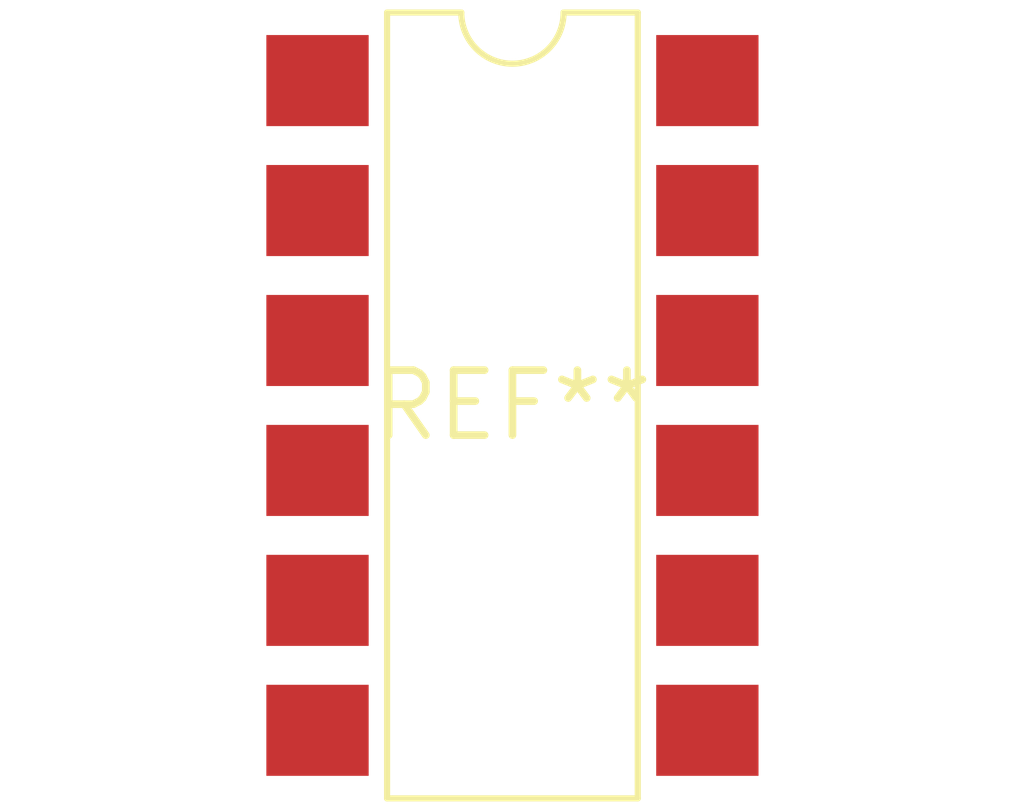
<source format=kicad_pcb>
(kicad_pcb (version 20240108) (generator pcbnew)
  (layers (0 "F.Cu" signal) (31 "B.Cu" signal) (34 "B.Paste" user) (35 "F.Paste" user) (36 "B.SilkS" user "B.Silkscreen") (37 "F.SilkS" user "F.Silkscreen") (38 "B.Mask" user) (39 "F.Mask" user) (44 "Edge.Cuts" user))
  (net 0 "")
  (footprint "SMDIP-12_W7.62mm" (layer "F.Cu") (at 0 0)
    (property "Reference" "REF**")
    (property "Value" "SMDIP-12_W7.62mm")
    (fp_line (start -2.45 -7.68) (end -2.45 7.68) (layer "F.SilkS") (stroke (width 0.12)))
    (fp_line (start -2.45 7.68) (end 2.45 7.68) (layer "F.SilkS") (stroke (width 0.12)))
    (fp_line (start -1 -7.68) (end -2.45 -7.68) (layer "F.SilkS") (stroke (width 0.12)))
    (fp_line (start 2.45 -7.68) (end 1 -7.68) (layer "F.SilkS") (stroke (width 0.12)))
    (fp_line (start 2.45 7.68) (end 2.45 -7.68) (layer "F.SilkS") (stroke (width 0.12)))
    (fp_arc (start 1 -7.68) (mid 0 -6.68) (end -1 -7.68) (layer "F.SilkS") (stroke (width 0.12)))
    (pad "1" smd rect (at -3.81 -6.35) (size 2 1.78) (layers "F.Cu" "F.Paste" "F.Mask"))
    (pad "2" smd rect (at -3.81 -3.81) (size 2 1.78) (layers "F.Cu" "F.Paste" "F.Mask"))
    (pad "3" smd rect (at -3.81 -1.27) (size 2 1.78) (layers "F.Cu" "F.Paste" "F.Mask"))
    (pad "4" smd rect (at -3.81 1.27) (size 2 1.78) (layers "F.Cu" "F.Paste" "F.Mask"))
    (pad "5" smd rect (at -3.81 3.81) (size 2 1.78) (layers "F.Cu" "F.Paste" "F.Mask"))
    (pad "6" smd rect (at -3.81 6.35) (size 2 1.78) (layers "F.Cu" "F.Paste" "F.Mask"))
    (pad "7" smd rect (at 3.81 6.35) (size 2 1.78) (layers "F.Cu" "F.Paste" "F.Mask"))
    (pad "8" smd rect (at 3.81 3.81) (size 2 1.78) (layers "F.Cu" "F.Paste" "F.Mask"))
    (pad "9" smd rect (at 3.81 1.27) (size 2 1.78) (layers "F.Cu" "F.Paste" "F.Mask"))
    (pad "10" smd rect (at 3.81 -1.27) (size 2 1.78) (layers "F.Cu" "F.Paste" "F.Mask"))
    (pad "11" smd rect (at 3.81 -3.81) (size 2 1.78) (layers "F.Cu" "F.Paste" "F.Mask"))
    (pad "12" smd rect (at 3.81 -6.35) (size 2 1.78) (layers "F.Cu" "F.Paste" "F.Mask"))
  )
)
</source>
